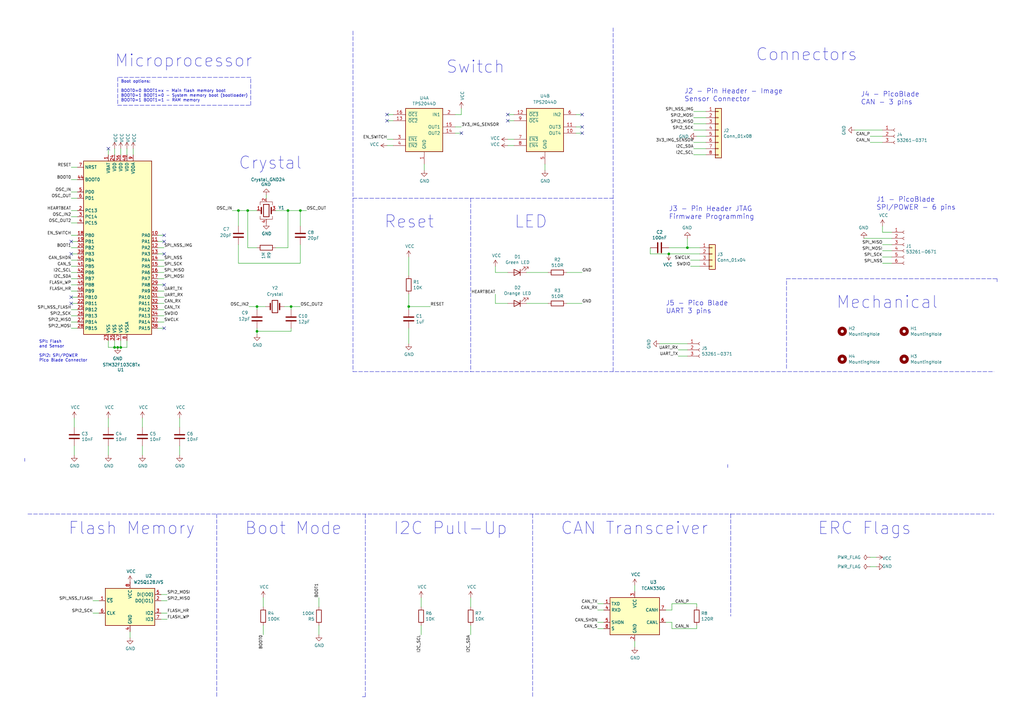
<source format=kicad_sch>
(kicad_sch (version 20211123) (generator eeschema)
  (paper "A3")
  (title_block (title "SLCam") (date "2023-05-09") (rev "v0.2") (company "Space Technology Research Laboratory - SpaceLab") (comment 1 "Support: Gabriel Mariano Marcelino <gabriel.mm8@gmail.com>") (comment 2 "Author: Vitória Beatriz Bianchin <vitoriabbianchin@gmail.com>"))
  (lib_symbols
    (symbol "Connector:Conn_01x03_Female" (pin_names (offset 1.016) hide)
      (property "Reference" "J" (at 0 5.08 0))
      (property "Value" "Conn_01x03_Female" (at 0 -5.08 0))
      (symbol "Conn_01x03_Female_1_1"
        (pin passive line (at -5.08 2.54 0) (length 3.81) (name "Pin_1") (number "1"))
        (pin passive line (at -5.08 0 0) (length 3.81) (name "Pin_2") (number "2"))
        (pin passive line (at -5.08 -2.54 0) (length 3.81) (name "Pin_3") (number "3"))
      )
    )
    (symbol "Connector:Conn_01x06_Female" (pin_names (offset 1.016) hide)
      (property "Reference" "J" (at 0 7.62 0))
      (property "Value" "Conn_01x06_Female" (at 0 -10.16 0))
      (symbol "Conn_01x06_Female_1_1"
        (pin passive line (at -5.08 5.08 0) (length 3.81) (name "Pin_1") (number "1"))
        (pin passive line (at -5.08 2.54 0) (length 3.81) (name "Pin_2") (number "2"))
        (pin passive line (at -5.08 0 0) (length 3.81) (name "Pin_3") (number "3"))
        (pin passive line (at -5.08 -2.54 0) (length 3.81) (name "Pin_4") (number "4"))
        (pin passive line (at -5.08 -5.08 0) (length 3.81) (name "Pin_5") (number "5"))
        (pin passive line (at -5.08 -7.62 0) (length 3.81) (name "Pin_6") (number "6"))
      )
    )
    (symbol "Connector_Generic:Conn_01x04" (pin_names (offset 1.016) hide)
      (property "Reference" "J" (at 0 5.08 0))
      (property "Value" "Conn_01x04" (at 0 -7.62 0))
      (symbol "Conn_01x04_1_1"
        (pin passive line (at -5.08 2.54 0) (length 3.81) (name "Pin_1") (number "1"))
        (pin passive line (at -5.08 0 0) (length 3.81) (name "Pin_2") (number "2"))
        (pin passive line (at -5.08 -2.54 0) (length 3.81) (name "Pin_3") (number "3"))
        (pin passive line (at -5.08 -5.08 0) (length 3.81) (name "Pin_4") (number "4"))
      )
    )
    (symbol "Connector_Generic:Conn_01x08" (pin_names (offset 1.016) hide)
      (property "Reference" "J" (at 0 10.16 0))
      (property "Value" "Conn_01x08" (at 0 -12.7 0))
      (symbol "Conn_01x08_1_1"
        (pin passive line (at -5.08 7.62 0) (length 3.81) (name "Pin_1") (number "1"))
        (pin passive line (at -5.08 5.08 0) (length 3.81) (name "Pin_2") (number "2"))
        (pin passive line (at -5.08 2.54 0) (length 3.81) (name "Pin_3") (number "3"))
        (pin passive line (at -5.08 0 0) (length 3.81) (name "Pin_4") (number "4"))
        (pin passive line (at -5.08 -2.54 0) (length 3.81) (name "Pin_5") (number "5"))
        (pin passive line (at -5.08 -5.08 0) (length 3.81) (name "Pin_6") (number "6"))
        (pin passive line (at -5.08 -7.62 0) (length 3.81) (name "Pin_7") (number "7"))
        (pin passive line (at -5.08 -10.16 0) (length 3.81) (name "Pin_8") (number "8"))
      )
    )
    (symbol "Device:C" (pin_numbers hide) (pin_names (offset 0.254))
      (property "Reference" "C" (at 0.635 2.54 0))
      (property "Value" "C" (at 0.635 -2.54 0))
      (symbol "C_1_1"
        (pin passive line (at 0 3.81 270) (length 2.794) (name "~") (number "1"))
        (pin passive line (at 0 -3.81 90) (length 2.794) (name "~") (number "2"))
      )
    )
    (symbol "Device:Crystal" (pin_numbers hide) (pin_names (offset 1.016) hide)
      (property "Reference" "Y" (at 0 3.81 0))
      (property "Value" "Crystal" (at 0 -3.81 0))
      (symbol "Crystal_1_1"
        (pin passive line (at -3.81 0 0) (length 1.27) (name "1") (number "1"))
        (pin passive line (at 3.81 0 180) (length 1.27) (name "2") (number "2"))
      )
    )
    (symbol "Device:Crystal_GND24" (pin_names (offset 1.016) hide)
      (property "Reference" "Y" (at 3.175 5.08 0))
      (property "Value" "Crystal_GND24" (at 3.175 3.175 0))
      (symbol "Crystal_GND24_1_1"
        (pin passive line (at -3.81 0 0) (length 1.27) (name "1") (number "1"))
        (pin passive line (at 0 5.08 270) (length 1.27) (name "2") (number "2"))
        (pin passive line (at 3.81 0 180) (length 1.27) (name "3") (number "3"))
        (pin passive line (at 0 -5.08 90) (length 1.27) (name "4") (number "4"))
      )
    )
    (symbol "Device:LED" (pin_numbers hide) (pin_names (offset 1.016) hide)
      (property "Reference" "D" (at 0 2.54 0))
      (property "Value" "LED" (at 0 -2.54 0))
      (symbol "LED_1_1"
        (pin passive line (at -3.81 0 0) (length 2.54) (name "K") (number "1"))
        (pin passive line (at 3.81 0 180) (length 2.54) (name "A") (number "2"))
      )
    )
    (symbol "Device:R" (pin_numbers hide) (pin_names (offset 0))
      (property "Reference" "R" (at 2.032 0 90))
      (property "Value" "R" (at 0 0 90))
      (symbol "R_1_1"
        (pin passive line (at 0 3.81 270) (length 1.27) (name "~") (number "1"))
        (pin passive line (at 0 -3.81 90) (length 1.27) (name "~") (number "2"))
      )
    )
    (symbol "Interface_CAN_LIN:TCAN330G"
      (property "Reference" "U" (at -10.16 8.89 0))
      (property "Value" "TCAN330G" (at 2.54 8.89 0))
      (symbol "TCAN330G_1_1"
        (pin input line (at -12.7 5.08 0) (length 2.54) (name "TXD") (number "1"))
        (pin power_in line (at 0 -10.16 90) (length 2.54) (name "GND") (number "2"))
        (pin power_in line (at 0 10.16 270) (length 2.54) (name "VCC") (number "3"))
        (pin tri_state line (at -12.7 2.54 0) (length 2.54) (name "RXD") (number "4"))
        (pin input line (at -12.7 -2.54 0) (length 2.54) (name "SHDN") (number "5"))
        (pin bidirectional line (at 12.7 -2.54 180) (length 2.54) (name "CANL") (number "6"))
        (pin bidirectional line (at 12.7 2.54 180) (length 2.54) (name "CANH") (number "7"))
        (pin input line (at -12.7 -5.08 0) (length 2.54) (name "S") (number "8"))
      )
    )
    (symbol "MCU_ST_STM32F1:STM32F103C8Tx"
      (property "Reference" "U" (at -15.24 36.83 0))
      (property "Value" "STM32F103C8Tx" (at 7.62 36.83 0))
      (symbol "STM32F103C8Tx_1_1"
        (pin power_in line (at -5.08 38.1 270) (length 2.54) (name "VBAT") (number "1"))
        (pin bidirectional line (at 15.24 5.08 180) (length 2.54) (name "PA0") (number "10"))
        (pin bidirectional line (at 15.24 2.54 180) (length 2.54) (name "PA1") (number "11"))
        (pin bidirectional line (at 15.24 0 180) (length 2.54) (name "PA2") (number "12"))
        (pin bidirectional line (at 15.24 -2.54 180) (length 2.54) (name "PA3") (number "13"))
        (pin bidirectional line (at 15.24 -5.08 180) (length 2.54) (name "PA4") (number "14"))
        (pin bidirectional line (at 15.24 -7.62 180) (length 2.54) (name "PA5") (number "15"))
        (pin bidirectional line (at 15.24 -10.16 180) (length 2.54) (name "PA6") (number "16"))
        (pin bidirectional line (at 15.24 -12.7 180) (length 2.54) (name "PA7") (number "17"))
        (pin bidirectional line (at -17.78 5.08 0) (length 2.54) (name "PB0") (number "18"))
        (pin bidirectional line (at -17.78 2.54 0) (length 2.54) (name "PB1") (number "19"))
        (pin bidirectional line (at -17.78 15.24 0) (length 2.54) (name "PC13") (number "2"))
        (pin bidirectional line (at -17.78 0 0) (length 2.54) (name "PB2") (number "20"))
        (pin bidirectional line (at -17.78 -20.32 0) (length 2.54) (name "PB10") (number "21"))
        (pin bidirectional line (at -17.78 -22.86 0) (length 2.54) (name "PB11") (number "22"))
        (pin power_in line (at -5.08 -38.1 90) (length 2.54) (name "VSS") (number "23"))
        (pin power_in line (at -2.54 38.1 270) (length 2.54) (name "VDD") (number "24"))
        (pin bidirectional line (at -17.78 -25.4 0) (length 2.54) (name "PB12") (number "25"))
        (pin bidirectional line (at -17.78 -27.94 0) (length 2.54) (name "PB13") (number "26"))
        (pin bidirectional line (at -17.78 -30.48 0) (length 2.54) (name "PB14") (number "27"))
        (pin bidirectional line (at -17.78 -33.02 0) (length 2.54) (name "PB15") (number "28"))
        (pin bidirectional line (at 15.24 -15.24 180) (length 2.54) (name "PA8") (number "29"))
        (pin bidirectional line (at -17.78 12.7 0) (length 2.54) (name "PC14") (number "3"))
        (pin bidirectional line (at 15.24 -17.78 180) (length 2.54) (name "PA9") (number "30"))
        (pin bidirectional line (at 15.24 -20.32 180) (length 2.54) (name "PA10") (number "31"))
        (pin bidirectional line (at 15.24 -22.86 180) (length 2.54) (name "PA11") (number "32"))
        (pin bidirectional line (at 15.24 -25.4 180) (length 2.54) (name "PA12") (number "33"))
        (pin bidirectional line (at 15.24 -27.94 180) (length 2.54) (name "PA13") (number "34"))
        (pin power_in line (at -2.54 -38.1 90) (length 2.54) (name "VSS") (number "35"))
        (pin power_in line (at 0 38.1 270) (length 2.54) (name "VDD") (number "36"))
        (pin bidirectional line (at 15.24 -30.48 180) (length 2.54) (name "PA14") (number "37"))
        (pin bidirectional line (at 15.24 -33.02 180) (length 2.54) (name "PA15") (number "38"))
        (pin bidirectional line (at -17.78 -2.54 0) (length 2.54) (name "PB3") (number "39"))
        (pin bidirectional line (at -17.78 10.16 0) (length 2.54) (name "PC15") (number "4"))
        (pin bidirectional line (at -17.78 -5.08 0) (length 2.54) (name "PB4") (number "40"))
        (pin bidirectional line (at -17.78 -7.62 0) (length 2.54) (name "PB5") (number "41"))
        (pin bidirectional line (at -17.78 -10.16 0) (length 2.54) (name "PB6") (number "42"))
        (pin bidirectional line (at -17.78 -12.7 0) (length 2.54) (name "PB7") (number "43"))
        (pin input line (at -17.78 27.94 0) (length 2.54) (name "BOOT0") (number "44"))
        (pin bidirectional line (at -17.78 -15.24 0) (length 2.54) (name "PB8") (number "45"))
        (pin bidirectional line (at -17.78 -17.78 0) (length 2.54) (name "PB9") (number "46"))
        (pin power_in line (at 0 -38.1 90) (length 2.54) (name "VSS") (number "47"))
        (pin power_in line (at 2.54 38.1 270) (length 2.54) (name "VDD") (number "48"))
        (pin input line (at -17.78 22.86 0) (length 2.54) (name "PD0") (number "5"))
        (pin input line (at -17.78 20.32 0) (length 2.54) (name "PD1") (number "6"))
        (pin input line (at -17.78 33.02 0) (length 2.54) (name "NRST") (number "7"))
        (pin power_in line (at 2.54 -38.1 90) (length 2.54) (name "VSSA") (number "8"))
        (pin power_in line (at 5.08 38.1 270) (length 2.54) (name "VDDA") (number "9"))
      )
    )
    (symbol "Mechanical:MountingHole" (pin_names (offset 1.016))
      (property "Reference" "H" (at 0 5.08 0))
      (property "Value" "MountingHole" (at 0 3.175 0))
    )
    (symbol "Memory_Flash:W25Q128JVS"
      (property "Reference" "U" (at -8.89 8.89 0))
      (property "Value" "W25Q128JVS" (at 7.62 8.89 0))
      (symbol "W25Q128JVS_1_1"
        (pin input line (at -12.7 2.54 0) (length 2.54) (name "~{CS}") (number "1"))
        (pin bidirectional line (at 12.7 2.54 180) (length 2.54) (name "DO(IO1)") (number "2"))
        (pin bidirectional line (at 12.7 -2.54 180) (length 2.54) (name "IO2") (number "3"))
        (pin power_in line (at 0 -10.16 90) (length 2.54) (name "GND") (number "4"))
        (pin bidirectional line (at 12.7 5.08 180) (length 2.54) (name "DI(IO0)") (number "5"))
        (pin input line (at -12.7 -2.54 0) (length 2.54) (name "CLK") (number "6"))
        (pin bidirectional line (at 12.7 -5.08 180) (length 2.54) (name "IO3") (number "7"))
        (pin power_in line (at 0 10.16 270) (length 2.54) (name "VCC") (number "8"))
      )
    )
    (symbol "Power_Management:TPS2044D" (pin_names (offset 1.016))
      (property "Reference" "U" (at 0 10.795 0))
      (property "Value" "TPS2044D" (at 0 8.89 0))
      (symbol "TPS2044D_1_1"
        (pin power_in line (at 0 -15.24 90) (length 5.08) (name "GND") (number "1"))
        (pin open_collector line (at -12.7 2.54 0) (length 5.08) (name "~{OC2}") (number "13"))
        (pin power_out line (at 12.7 -2.54 180) (length 5.08) (name "OUT2") (number "14"))
        (pin power_out line (at 12.7 0 180) (length 5.08) (name "OUT1") (number "15"))
        (pin open_collector line (at -12.7 5.08 0) (length 5.08) (name "~{OC1}") (number "16"))
        (pin power_in line (at 12.7 5.08 180) (length 5.08) (name "IN1") (number "2"))
        (pin input line (at -12.7 -5.08 0) (length 5.08) (name "~{EN1}") (number "3"))
        (pin input line (at -12.7 -7.62 0) (length 5.08) (name "~{EN2}") (number "4"))
      )
      (symbol "TPS2044D_2_1"
        (pin power_out line (at 12.7 -2.54 180) (length 5.08) (name "OUT4") (number "10"))
        (pin power_out line (at 12.7 0 180) (length 5.08) (name "OUT3") (number "11"))
        (pin open_collector line (at -12.7 5.08 0) (length 5.08) (name "~{OC3}") (number "12"))
        (pin power_in line (at 0 -15.24 90) (length 5.08) (name "GND") (number "5"))
        (pin power_in line (at 12.7 5.08 180) (length 5.08) (name "IN2") (number "6"))
        (pin input line (at -12.7 -5.08 0) (length 5.08) (name "~{EN3}") (number "7"))
        (pin input line (at -12.7 -7.62 0) (length 5.08) (name "~{EN4}") (number "8"))
        (pin open_collector line (at -12.7 2.54 0) (length 5.08) (name "~{OC4}") (number "9"))
      )
    )
    (symbol "power:GND" (power) (pin_names (offset 0))
      (property "Value" "GND" (at 0 -3.81 0))
      (symbol "GND_1_1"
        (pin power_in line (at 0 0 270) (length 0) hide (name "GND") (number "1"))
      )
    )
    (symbol "power:PWR_FLAG" (power) (pin_numbers hide) (pin_names (offset 0) hide)
      (property "Value" "PWR_FLAG" (at 0 3.81 0))
      (symbol "PWR_FLAG_0_0"
        (pin power_out line (at 0 0 90) (length 0) (name "pwr") (number "1"))
      )
    )
    (symbol "power:VCC" (power) (pin_names (offset 0))
      (property "Value" "VCC" (at 0 3.81 0))
      (symbol "VCC_1_1"
        (pin power_in line (at 0 0 90) (length 0) hide (name "VCC") (number "1"))
      )
    )
  )
  (junction (at 101.6 86.36))
  (junction (at 105.41 125.73))
  (junction (at 48.26 142.494))
  (junction (at 49.53 142.494))
  (junction (at 118.11 86.36))
  (junction (at 274.32 104.14))
  (junction (at 97.79 86.36))
  (junction (at 167.64 125.73))
  (junction (at 119.38 125.73))
  (junction (at 105.41 135.89))
  (junction (at 46.99 142.494))
  (junction (at 281.94 101.6))
  (junction (at 123.19 86.36))
  (no_connect (at 238.76 52.07))
  (no_connect (at 238.76 54.61))
  (no_connect (at 29.21 124.46))
  (no_connect (at 208.28 49.53))
  (no_connect (at 67.31 104.14))
  (no_connect (at 67.31 134.62))
  (no_connect (at 67.31 116.84))
  (no_connect (at 238.76 46.99))
  (no_connect (at 67.31 99.06))
  (no_connect (at 29.21 99.06))
  (no_connect (at 208.28 46.99))
  (no_connect (at 158.75 46.99))
  (no_connect (at 158.75 49.53))
  (no_connect (at 67.31 96.52))
  (no_connect (at 44.45 60.96))
  (no_connect (at 29.21 121.92))
  (no_connect (at 29.21 104.14))
  (no_connect (at 189.23 54.61))
  (wire (pts (xy 46.99 60.96) (xy 46.99 63.5)))
  (polyline (pts (xy 322.58 151.13) (xy 322.58 114.3)))
  (wire (pts (xy 284.48 53.34) (xy 289.56 53.34)))
  (polyline (pts (xy 149.86 285.75) (xy 148.59 285.75)))
  (wire (pts (xy 186.69 52.07) (xy 189.23 52.07)))
  (wire (pts (xy 361.95 100.33) (xy 365.76 100.33)))
  (wire (pts (xy 52.07 60.96) (xy 52.07 63.5)))
  (wire (pts (xy 29.21 106.68) (xy 31.75 106.68)))
  (wire (pts (xy 189.23 44.45) (xy 189.23 46.99)))
  (wire (pts (xy 105.41 134.62) (xy 105.41 135.89)))
  (wire (pts (xy 29.21 116.84) (xy 31.75 116.84)))
  (wire (pts (xy 29.21 73.66) (xy 31.75 73.66)))
  (wire (pts (xy 31.75 78.74) (xy 29.21 78.74)))
  (wire (pts (xy 281.94 101.6) (xy 281.94 97.79)))
  (wire (pts (xy 215.9 124.46) (xy 224.79 124.46)))
  (wire (pts (xy 285.75 256.54) (xy 285.75 257.81)))
  (wire (pts (xy 49.53 142.494) (xy 48.26 142.494)))
  (wire (pts (xy 64.77 116.84) (xy 67.31 116.84)))
  (wire (pts (xy 97.79 100.33) (xy 97.79 107.95)))
  (polyline (pts (xy 149.86 210.82) (xy 149.86 285.75)))
  (wire (pts (xy 284.48 48.26) (xy 289.56 48.26)))
  (wire (pts (xy 95.25 86.36) (xy 97.79 86.36)))
  (wire (pts (xy 58.42 171.45) (xy 58.42 175.26)))
  (wire (pts (xy 284.48 50.8) (xy 289.56 50.8)))
  (wire (pts (xy 281.94 146.05) (xy 278.13 146.05)))
  (wire (pts (xy 236.22 54.61) (xy 238.76 54.61)))
  (wire (pts (xy 208.28 49.53) (xy 210.82 49.53)))
  (wire (pts (xy 356.87 55.88) (xy 361.95 55.88)))
  (wire (pts (xy 67.31 106.68) (xy 64.77 106.68)))
  (wire (pts (xy 29.21 99.06) (xy 31.75 99.06)))
  (wire (pts (xy 66.04 243.84) (xy 68.58 243.84)))
  (wire (pts (xy 73.66 171.45) (xy 73.66 175.26)))
  (wire (pts (xy 236.22 52.07) (xy 238.76 52.07)))
  (wire (pts (xy 289.56 63.5) (xy 284.48 63.5)))
  (wire (pts (xy 29.21 109.22) (xy 31.75 109.22)))
  (wire (pts (xy 52.07 142.494) (xy 49.53 142.494)))
  (wire (pts (xy 67.31 124.46) (xy 64.77 124.46)))
  (wire (pts (xy 247.65 250.19) (xy 245.11 250.19)))
  (wire (pts (xy 274.32 101.6) (xy 281.94 101.6)))
  (wire (pts (xy 67.31 111.76) (xy 64.77 111.76)))
  (wire (pts (xy 365.76 102.87) (xy 361.95 102.87)))
  (wire (pts (xy 123.19 86.36) (xy 118.11 86.36)))
  (wire (pts (xy 29.21 91.44) (xy 31.75 91.44)))
  (wire (pts (xy 167.64 125.73) (xy 167.64 127)))
  (wire (pts (xy 278.13 143.51) (xy 281.94 143.51)))
  (wire (pts (xy 46.99 139.7) (xy 46.99 142.494)))
  (wire (pts (xy 29.21 124.46) (xy 31.75 124.46)))
  (wire (pts (xy 97.79 92.71) (xy 97.79 86.36)))
  (polyline (pts (xy 102.87 43.18) (xy 102.87 31.75)))
  (wire (pts (xy 245.11 255.27) (xy 247.65 255.27)))
  (wire (pts (xy 287.02 104.14) (xy 274.32 104.14)))
  (wire (pts (xy 260.35 262.89) (xy 260.35 265.43)))
  (wire (pts (xy 203.2 111.76) (xy 208.28 111.76)))
  (wire (pts (xy 203.2 120.65) (xy 203.2 124.46)))
  (wire (pts (xy 29.21 132.08) (xy 31.75 132.08)))
  (wire (pts (xy 29.21 111.76) (xy 31.75 111.76)))
  (wire (pts (xy 67.31 101.6) (xy 64.77 101.6)))
  (wire (pts (xy 167.64 105.41) (xy 167.64 113.03)))
  (wire (pts (xy 236.22 46.99) (xy 238.76 46.99)))
  (wire (pts (xy 67.31 104.14) (xy 64.77 104.14)))
  (wire (pts (xy 130.81 260.35) (xy 130.81 256.54)))
  (polyline (pts (xy 88.9 210.82) (xy 88.9 285.75)))
  (wire (pts (xy 46.99 142.494) (xy 48.26 142.494)))
  (wire (pts (xy 52.07 139.7) (xy 52.07 142.494)))
  (wire (pts (xy 285.75 248.92) (xy 285.75 247.65)))
  (wire (pts (xy 44.45 182.88) (xy 44.45 186.69)))
  (polyline (pts (xy 299.72 210.82) (xy 299.72 252.73)))
  (wire (pts (xy 66.04 251.46) (xy 68.58 251.46)))
  (wire (pts (xy 31.75 114.3) (xy 29.21 114.3)))
  (wire (pts (xy 31.75 101.6) (xy 29.21 101.6)))
  (wire (pts (xy 361.95 92.71) (xy 361.95 95.25)))
  (wire (pts (xy 29.21 121.92) (xy 31.75 121.92)))
  (wire (pts (xy 289.56 58.42) (xy 284.48 58.42)))
  (polyline (pts (xy 48.26 31.75) (xy 48.26 43.18)))
  (wire (pts (xy 101.6 101.6) (xy 101.6 86.36)))
  (wire (pts (xy 275.59 250.19) (xy 273.05 250.19)))
  (wire (pts (xy 203.2 124.46) (xy 208.28 124.46)))
  (wire (pts (xy 64.77 134.62) (xy 67.31 134.62)))
  (wire (pts (xy 361.95 58.42) (xy 356.87 58.42)))
  (wire (pts (xy 361.95 95.25) (xy 365.76 95.25)))
  (wire (pts (xy 30.48 182.88) (xy 30.48 186.69)))
  (wire (pts (xy 29.21 88.9) (xy 31.75 88.9)))
  (wire (pts (xy 44.45 139.7) (xy 44.45 142.494)))
  (polyline (pts (xy 144.78 81.28) (xy 251.46 81.28)))
  (wire (pts (xy 44.45 142.494) (xy 46.99 142.494)))
  (wire (pts (xy 266.7 104.14) (xy 274.32 104.14)))
  (wire (pts (xy 266.7 104.14) (xy 266.7 101.6)))
  (wire (pts (xy 67.31 109.22) (xy 64.77 109.22)))
  (wire (pts (xy 208.28 59.69) (xy 210.82 59.69)))
  (wire (pts (xy 361.95 53.34) (xy 350.52 53.34)))
  (wire (pts (xy 232.41 111.76) (xy 238.76 111.76)))
  (wire (pts (xy 167.64 120.65) (xy 167.64 125.73)))
  (wire (pts (xy 275.59 255.27) (xy 273.05 255.27)))
  (wire (pts (xy 193.04 245.11) (xy 193.04 248.92)))
  (wire (pts (xy 54.61 60.96) (xy 54.61 63.5)))
  (wire (pts (xy 73.66 182.88) (xy 73.66 186.69)))
  (wire (pts (xy 289.56 55.88) (xy 285.75 55.88)))
  (wire (pts (xy 116.586 125.73) (xy 119.38 125.73)))
  (wire (pts (xy 31.75 81.28) (xy 29.21 81.28)))
  (wire (pts (xy 44.45 60.96) (xy 44.45 63.5)))
  (wire (pts (xy 29.21 134.62) (xy 31.75 134.62)))
  (wire (pts (xy 208.28 46.99) (xy 210.82 46.99)))
  (wire (pts (xy 29.21 129.54) (xy 31.75 129.54)))
  (wire (pts (xy 275.59 257.81) (xy 285.75 257.81)))
  (wire (pts (xy 58.42 182.88) (xy 58.42 186.69)))
  (wire (pts (xy 158.75 46.99) (xy 161.29 46.99)))
  (wire (pts (xy 161.29 57.15) (xy 158.75 57.15)))
  (wire (pts (xy 119.38 134.62) (xy 119.38 135.89)))
  (polyline (pts (xy 10.16 189.23) (xy 10.16 187.96)))
  (wire (pts (xy 275.59 247.65) (xy 285.75 247.65)))
  (wire (pts (xy 29.21 119.38) (xy 31.75 119.38)))
  (wire (pts (xy 123.19 92.71) (xy 123.19 86.36)))
  (polyline (pts (xy 193.04 81.28) (xy 193.04 152.4)))
  (wire (pts (xy 64.77 99.06) (xy 67.31 99.06)))
  (wire (pts (xy 105.41 135.89) (xy 105.41 137.16)))
  (wire (pts (xy 275.59 255.27) (xy 275.59 257.81)))
  (polyline (pts (xy 218.44 210.82) (xy 218.44 285.75)))
  (polyline (pts (xy 102.87 31.75) (xy 48.26 31.75)))
  (wire (pts (xy 287.02 106.68) (xy 283.21 106.68)))
  (wire (pts (xy 281.94 101.6) (xy 287.02 101.6)))
  (wire (pts (xy 105.41 86.36) (xy 101.6 86.36)))
  (polyline (pts (xy 11.43 210.82) (xy 299.72 210.82)))
  (polyline (pts (xy 322.58 114.3) (xy 408.94 114.3)))
  (wire (pts (xy 208.28 57.15) (xy 210.82 57.15)))
  (wire (pts (xy 119.38 125.73) (xy 119.38 127)))
  (wire (pts (xy 40.64 251.46) (xy 38.1 251.46)))
  (wire (pts (xy 130.81 245.11) (xy 130.81 248.92)))
  (wire (pts (xy 105.41 125.73) (xy 108.966 125.73)))
  (wire (pts (xy 97.79 107.95) (xy 123.19 107.95)))
  (wire (pts (xy 107.95 245.11) (xy 107.95 248.92)))
  (polyline (pts (xy 299.72 210.82) (xy 407.67 210.82)))
  (wire (pts (xy 49.53 60.96) (xy 49.53 63.5)))
  (wire (pts (xy 281.94 140.97) (xy 270.51 140.97)))
  (wire (pts (xy 173.99 67.31) (xy 173.99 69.85)))
  (wire (pts (xy 289.56 45.72) (xy 284.48 45.72)))
  (wire (pts (xy 172.72 256.54) (xy 172.72 260.35)))
  (wire (pts (xy 119.38 125.73) (xy 123.19 125.73)))
  (wire (pts (xy 102.108 125.73) (xy 105.41 125.73)))
  (wire (pts (xy 31.75 96.52) (xy 29.21 96.52)))
  (wire (pts (xy 118.11 86.36) (xy 113.03 86.36)))
  (wire (pts (xy 356.87 232.41) (xy 359.41 232.41)))
  (wire (pts (xy 68.58 246.38) (xy 66.04 246.38)))
  (polyline (pts (xy 144.78 12.7) (xy 144.78 152.4)))
  (wire (pts (xy 64.77 96.52) (xy 67.31 96.52)))
  (wire (pts (xy 118.11 101.6) (xy 118.11 86.36)))
  (wire (pts (xy 53.34 261.62) (xy 53.34 259.08)))
  (polyline (pts (xy 48.26 43.18) (xy 102.87 43.18)))
  (wire (pts (xy 215.9 111.76) (xy 224.79 111.76)))
  (wire (pts (xy 67.31 114.3) (xy 64.77 114.3)))
  (wire (pts (xy 67.31 119.38) (xy 64.77 119.38)))
  (wire (pts (xy 176.53 125.73) (xy 167.64 125.73)))
  (wire (pts (xy 260.35 240.03) (xy 260.35 242.57)))
  (wire (pts (xy 167.64 134.62) (xy 167.64 140.97)))
  (wire (pts (xy 275.59 250.19) (xy 275.59 247.65)))
  (wire (pts (xy 29.21 104.14) (xy 31.75 104.14)))
  (wire (pts (xy 31.75 86.36) (xy 29.21 86.36)))
  (wire (pts (xy 109.22 80.01) (xy 109.22 81.28)))
  (wire (pts (xy 29.21 127) (xy 31.75 127)))
  (wire (pts (xy 354.33 97.79) (xy 365.76 97.79)))
  (wire (pts (xy 365.76 107.95) (xy 361.95 107.95)))
  (polyline (pts (xy 144.78 152.4) (xy 407.67 152.4)))
  (wire (pts (xy 361.95 105.41) (xy 365.76 105.41)))
  (wire (pts (xy 67.31 132.08) (xy 64.77 132.08)))
  (wire (pts (xy 223.52 67.31) (xy 223.52 69.85)))
  (wire (pts (xy 123.19 107.95) (xy 123.19 100.33)))
  (wire (pts (xy 161.29 59.69) (xy 158.75 59.69)))
  (wire (pts (xy 158.75 49.53) (xy 161.29 49.53)))
  (wire (pts (xy 66.04 254) (xy 68.58 254)))
  (wire (pts (xy 31.75 68.58) (xy 29.21 68.58)))
  (wire (pts (xy 193.04 256.54) (xy 193.04 260.35)))
  (wire (pts (xy 245.11 247.65) (xy 247.65 247.65)))
  (wire (pts (xy 283.21 109.22) (xy 287.02 109.22)))
  (wire (pts (xy 67.31 121.92) (xy 64.77 121.92)))
  (wire (pts (xy 284.48 60.96) (xy 289.56 60.96)))
  (wire (pts (xy 30.48 171.45) (xy 30.48 175.26)))
  (wire (pts (xy 189.23 46.99) (xy 186.69 46.99)))
  (wire (pts (xy 186.69 54.61) (xy 189.23 54.61)))
  (wire (pts (xy 113.03 101.6) (xy 118.11 101.6)))
  (polyline (pts (xy 298.45 190.5) (xy 298.45 191.77)))
  (wire (pts (xy 105.41 101.6) (xy 101.6 101.6)))
  (wire (pts (xy 105.41 125.73) (xy 105.41 127)))
  (polyline (pts (xy 408.94 114.3) (xy 408.94 115.57)))
  (wire (pts (xy 245.11 257.81) (xy 247.65 257.81)))
  (wire (pts (xy 49.53 139.7) (xy 49.53 142.494)))
  (wire (pts (xy 203.2 109.22) (xy 203.2 111.76)))
  (wire (pts (xy 356.87 228.6) (xy 359.41 228.6)))
  (wire (pts (xy 44.45 171.45) (xy 44.45 175.26)))
  (polyline (pts (xy 251.46 152.4) (xy 251.46 11.43)))
  (wire (pts (xy 125.73 86.36) (xy 123.19 86.36)))
  (wire (pts (xy 97.79 86.36) (xy 101.6 86.36)))
  (wire (pts (xy 105.41 135.89) (xy 119.38 135.89)))
  (wire (pts (xy 107.95 256.54) (xy 107.95 260.35)))
  (wire (pts (xy 67.31 129.54) (xy 64.77 129.54)))
  (wire (pts (xy 232.41 124.46) (xy 238.76 124.46)))
  (wire (pts (xy 172.72 245.11) (xy 172.72 248.92)))
  (wire (pts (xy 67.31 127) (xy 64.77 127)))
  (wire (pts (xy 40.64 246.38) (xy 38.1 246.38)))
  (text "ERC Flags" (at 335.28 219.71 0) (effects (font (size 5.0038 5.0038)) (justify left bottom)))
  (text "Boot options:\n\nBOOT0=0 BOOT1=x - Main flash memory boot\nBOOT0=1 BOOT1=0 - System memory boot (bootloader)\nBOOT0=1 BOOT1=1 - RAM memory" (at 49.53 41.91 0) (effects (font (size 1.1938 1.1938)) (justify left bottom)))
  (text "Mechanical" (at 342.9 127 0) (effects (font (size 5.0038 5.0038)) (justify left bottom)))
  (text "J3 - Pin Header JTAG \nFirmware Programming\n" (at 274.32 90.17 0) (effects (font (size 2.0066 2.0066)) (justify left bottom)))
  (text "Switch" (at 182.88 30.48 0) (effects (font (size 5.0038 5.0038)) (justify left bottom)))
  (text "J1 - PicoBlade \nSPI/POWER - 6 pins\n" (at 359.41 86.36 0) (effects (font (size 2.0066 2.0066)) (justify left bottom)))
  (text "LED\n" (at 210.82 93.98 0) (effects (font (size 5.0038 5.0038)) (justify left bottom)))
  (text "J4 - PicoBlade\nCAN - 3 pins" (at 353.06 43.18 0) (effects (font (size 2.0066 2.0066)) (justify left bottom)))
  (text "Boot Mode" (at 100.33 219.71 0) (effects (font (size 5.0038 5.0038)) (justify left bottom)))
  (text "Connectors" (at 309.88 25.4 0) (effects (font (size 5.0038 5.0038)) (justify left bottom)))
  (text "J5 - Pico Blade\nUART 3 pins\n\n" (at 273.05 132.08 0) (effects (font (size 2.0066 2.0066)) (justify left bottom)))
  (text "J2 - Pin Header - Image \nSensor Connector " (at 280.67 41.91 0) (effects (font (size 2.0066 2.0066)) (justify left bottom)))
  (text "Flash Memory\n" (at 27.94 219.71 0) (effects (font (size 5.0038 5.0038)) (justify left bottom)))
  (text "CAN Transceiver\n" (at 229.87 219.71 0) (effects (font (size 5.0038 5.0038)) (justify left bottom)))
  (text "SPI: Flash \nand Sensor\n\nSPI2: SPI/POWER \nPico Blade Connector" (at 16.002 148.59 0) (effects (font (size 1.1938 1.1938)) (justify left bottom)))
  (text "Microprocessor\n" (at 46.99 27.94 0) (effects (font (size 5.0038 5.0038)) (justify left bottom)))
  (text "Reset\n" (at 157.48 93.98 0) (effects (font (size 5.0038 5.0038)) (justify left bottom)))
  (text "I2C Pull-Up" (at 161.29 219.71 0) (effects (font (size 5.0038 5.0038)) (justify left bottom)))
  (text "Crystal" (at 97.79 69.85 0) (effects (font (size 5.0038 5.0038)) (justify left bottom)))
  (label "UART_TX" (at 67.31 119.38 0) (effects (font (size 1.1938 1.1938))))
  (label "CAN_RX" (at 67.31 124.46 0) (effects (font (size 1.1938 1.1938))))
  (label "I2C_SCL" (at 172.72 260.35 270) (effects (font (size 1.1938 1.1938))))
  (label "FLASH_WP" (at 68.58 254 0) (effects (font (size 1.1938 1.1938))))
  (label "SPI_MISO" (at 361.95 100.33 180) (effects (font (size 1.1938 1.1938))))
  (label "SPI_NSS_IMG" (at 284.48 45.72 180) (effects (font (size 1.1938 1.1938))))
  (label "CAN_N" (at 356.87 58.42 180) (effects (font (size 1.1938 1.1938))))
  (label "OSC_OUT2" (at 29.21 91.44 180) (effects (font (size 1.1938 1.1938))))
  (label "SPI2_MISO" (at 284.48 50.8 180) (effects (font (size 1.1938 1.1938))))
  (label "SPI2_MOSI" (at 284.48 48.26 180) (effects (font (size 1.1938 1.1938))))
  (label "UART_RX" (at 278.13 143.51 180) (effects (font (size 1.1938 1.1938))))
  (label "SWDIO" (at 283.21 109.22 180) (effects (font (size 1.1938 1.1938))))
  (label "GND" (at 238.76 124.46 0) (effects (font (size 1.1938 1.1938))))
  (label "I2C_SCL" (at 29.21 111.76 180) (effects (font (size 1.1938 1.1938))))
  (label "3V3_IMG_SENSOR" (at 189.23 52.07 0) (effects (font (size 1.1938 1.1938))))
  (label "SPI_NSS_IMG" (at 67.31 101.6 0) (effects (font (size 1.1938 1.1938))))
  (label "CAN_TX" (at 245.11 247.65 180) (effects (font (size 1.1938 1.1938))))
  (label "I2C_SDA" (at 284.48 60.96 180) (effects (font (size 1.1938 1.1938))))
  (label "3V3_IMG_SENSOR" (at 284.48 58.42 180) (effects (font (size 1.1938 1.1938))))
  (label "HEARTBEAT" (at 203.2 120.65 180) (effects (font (size 1.1938 1.1938))))
  (label "SPI2_SCK" (at 284.48 53.34 180) (effects (font (size 1.1938 1.1938))))
  (label "CAN_TX" (at 67.31 127 0) (effects (font (size 1.1938 1.1938))))
  (label "CAN_S" (at 245.11 257.81 180) (effects (font (size 1.1938 1.1938))))
  (label "SPI2_SCK" (at 38.1 251.46 180) (effects (font (size 1.1938 1.1938))))
  (label "UART_TX" (at 278.13 146.05 180) (effects (font (size 1.1938 1.1938))))
  (label "CAN_P" (at 276.86 247.65 0) (effects (font (size 1.1938 1.1938))))
  (label "OSC_IN2" (at 102.108 125.73 180) (effects (font (size 1.1938 1.1938))))
  (label "OSC_IN2" (at 29.21 88.9 180) (effects (font (size 1.1938 1.1938))))
  (label "SWDIO" (at 67.31 129.54 0) (effects (font (size 1.1938 1.1938))))
  (label "OSC_OUT2" (at 123.19 125.73 0) (effects (font (size 1.1938 1.1938))))
  (label "SPI_MOSI" (at 67.31 114.3 0) (effects (font (size 1.1938 1.1938))))
  (label "EN_SWITCH" (at 158.75 57.15 180) (effects (font (size 1.1938 1.1938))))
  (label "SPI2_MISO" (at 29.21 132.08 180) (effects (font (size 1.1938 1.1938))))
  (label "SPI_MOSI" (at 361.95 102.87 180) (effects (font (size 1.1938 1.1938))))
  (label "I2C_SCL" (at 284.48 63.5 180) (effects (font (size 1.1938 1.1938))))
  (label "SPI2_SCK" (at 29.21 129.54 180) (effects (font (size 1.1938 1.1938))))
  (label "FLASH_HR" (at 29.21 119.38 180) (effects (font (size 1.1938 1.1938))))
  (label "BOOT1" (at 130.81 245.11 90) (effects (font (size 1.1938 1.1938))))
  (label "CAN_SHDN" (at 245.11 255.27 180) (effects (font (size 1.1938 1.1938))))
  (label "CAN_RX" (at 245.11 250.19 180) (effects (font (size 1.1938 1.1938))))
  (label "OSC_OUT" (at 29.21 81.28 180) (effects (font (size 1.1938 1.1938))))
  (label "BOOT1" (at 29.21 101.6 180) (effects (font (size 1.1938 1.1938))))
  (label "CAN_P" (at 356.87 55.88 180) (effects (font (size 1.1938 1.1938))))
  (label "GND" (at 238.76 111.76 0) (effects (font (size 1.1938 1.1938))))
  (label "CAN_SHDN" (at 29.21 106.68 180) (effects (font (size 1.1938 1.1938))))
  (label "FLASH_WP" (at 29.21 116.84 180) (effects (font (size 1.1938 1.1938))))
  (label "SPI_NSS" (at 67.31 106.68 0) (effects (font (size 1.1938 1.1938))))
  (label "SPI2_MOSI" (at 68.58 243.84 0) (effects (font (size 1.1938 1.1938))))
  (label "OSC_IN" (at 29.21 78.74 180) (effects (font (size 1.1938 1.1938))))
  (label "OSC_IN" (at 95.25 86.36 180) (effects (font (size 1.1938 1.1938))))
  (label "SPI_NSS" (at 361.95 107.95 180) (effects (font (size 1.1938 1.1938))))
  (label "SWCLK" (at 283.21 106.68 180) (effects (font (size 1.2954 1.2954))))
  (label "BOOT0" (at 29.21 73.66 180) (effects (font (size 1.1938 1.1938))))
  (label "SPI_MISO" (at 67.31 111.76 0) (effects (font (size 1.1938 1.1938))))
  (label "SPI_SCK" (at 361.95 105.41 180) (effects (font (size 1.1938 1.1938))))
  (label "UART_RX" (at 67.31 121.92 0) (effects (font (size 1.1938 1.1938))))
  (label "RESET" (at 176.53 125.73 0) (effects (font (size 1.1938 1.1938))))
  (label "SPI_NSS_FLASH" (at 29.21 127 180) (effects (font (size 1.1938 1.1938))))
  (label "SWCLK" (at 67.31 132.08 0) (effects (font (size 1.1938 1.1938))))
  (label "SPI_SCK" (at 67.31 109.22 0) (effects (font (size 1.1938 1.1938))))
  (label "RESET" (at 29.21 68.58 180) (effects (font (size 1.1938 1.1938))))
  (label "FLASH_HR" (at 68.58 251.46 0) (effects (font (size 1.1938 1.1938))))
  (label "OSC_OUT" (at 125.73 86.36 0) (effects (font (size 1.1938 1.1938))))
  (label "SPI2_MISO" (at 68.58 246.38 0) (effects (font (size 1.1938 1.1938))))
  (label "I2C_SDA" (at 29.21 114.3 180) (effects (font (size 1.1938 1.1938))))
  (label "CAN_S" (at 29.21 109.22 180) (effects (font (size 1.1938 1.1938))))
  (label "CAN_N" (at 276.86 257.81 0) (effects (font (size 1.1938 1.1938))))
  (label "SPI2_MOSI" (at 29.21 134.62 180) (effects (font (size 1.1938 1.1938))))
  (label "SPI_NSS_FLASH" (at 38.1 246.38 180) (effects (font (size 1.1938 1.1938))))
  (label "BOOT0" (at 107.95 260.35 270) (effects (font (size 1.1938 1.1938))))
  (label "I2C_SDA" (at 193.04 260.35 270) (effects (font (size 1.1938 1.1938))))
  (label "EN_SWITCH" (at 29.21 96.52 180) (effects (font (size 1.1938 1.1938))))
  (label "HEARTBEAT" (at 29.21 86.36 180) (effects (font (size 1.1938 1.1938))))
  (symbol (lib_id "MCU_ST_STM32F1:STM32F103C8Tx") (at 49.53 101.6 0) (unit 1)
    (property "Reference" "U1" (at 49.53 151.638 0))
    (property "Value" "STM32F103C8Tx" (at 49.784 149.606 0))
    (property "Footprint" "Package_QFP:LQFP-48_7x7mm_P0.5mm" (effects hide))
    (property "Datasheet" "http://www.st.com/st-web-ui/static/active/en/resource/technical/document/datasheet/CD00161566.pdf" (effects hide))
    (property "Partnumber" "STM32F103C8T6" (effects hide))
  )
  (symbol (lib_id "Memory_Flash:W25Q128JVS") (at 53.34 248.92 0) (unit 1)
    (property "Reference" "U2" (at 60.96 236.22 0))
    (property "Value" "W25Q128JVS" (at 60.96 238.76 0))
    (property "Footprint" "Package_SO:SOIC-8_5.23x5.23mm_P1.27mm" (effects hide))
    (property "Datasheet" "http://www.winbond.com/resource-files/w25q128jv_dtr%20revc%2003272018%20plus.pdf" (effects hide))
    (property "Partnumber" "W25Q128JVSIM TR" (effects hide))
  )
  (symbol (lib_id "Power_Management:TPS2044D") (at 173.99 52.07 0) (unit 1)
    (property "Reference" "U4" (at 173.99 40.2082 0))
    (property "Value" "TPS2044D" (at 173.99 42.5196 0))
    (property "Footprint" "Package_SO:SOIC-16_3.9x9.9mm_P1.27mm" (effects hide))
    (property "Datasheet" "http://www.ti.com/lit/ds/symlink/tps2044.pdf" (effects hide))
    (property "Partnumber" "TPS2044D" (effects hide))
  )
  (symbol (lib_id "Interface_CAN_LIN:TCAN330G") (at 260.35 252.73 0) (unit 1)
    (property "Reference" "U3" (at 267.97 238.76 0))
    (property "Value" "TCAN330G" (at 267.97 241.3 0))
    (property "Footprint" "Package_SO:SOIC-8_3.9x4.9mm_P1.27mm" (effects hide))
    (property "Datasheet" "http://www.ti.com/lit/ds/symlink/tcan337.pdf" (effects hide))
    (property "Partnumber" "TCAN330GD" (effects hide))
  )
  (symbol (lib_id "Connector_Generic:Conn_01x04") (at 292.1 104.14 0) (unit 1)
    (property "Reference" "J3" (at 294.132 104.3432 0) (effects (justify left)))
    (property "Value" "Conn_01x04" (at 294.132 106.6546 0) (effects (justify left)))
    (property "Footprint" "Connector_PinHeader_2.54mm:PinHeader_1x04_P2.54mm_Vertical" (effects hide))
    (property "Partnumber" "5-146305-4" (effects hide))
  )
  (symbol (lib_id "Connector_Generic:Conn_01x08") (at 294.64 53.34 0) (unit 1)
    (property "Reference" "J2" (at 296.672 53.5432 0) (effects (justify left)))
    (property "Value" "Conn_01x08" (at 296.672 55.8546 0) (effects (justify left)))
    (property "Footprint" "Connector_PinHeader_2.54mm:PinHeader_1x08_P2.54mm_Vertical" (effects hide))
    (property "Datasheet" "https://www.samtec.com/products/ssq-108-03-g-s" (effects hide))
    (property "Partnumber" "SSQ-108-03-G-S" (effects hide))
  )
  (symbol (lib_id "Device:Crystal_GND24") (at 109.22 86.36 0) (unit 1)
    (property "Reference" "Y1" (at 114.1476 85.1916 0) (effects (justify left)))
    (property "Value" "Crystal_GND24" (at 102.87 73.66 0) (effects (justify left)))
    (property "Footprint" "Crystal:Crystal_SMD_Abracon_ABM8G-4Pin_3.2x2.5mm" (effects hide))
    (property "Partnumber" "ECS-80-10-33-CHN-TR3" (effects hide))
  )
  (symbol (lib_id "Mechanical:MountingHole") (at 345.44 135.89 0) (unit 1) (in_bom no)
    (property "Reference" "H2" (at 347.98 134.7216 0) (effects (justify left)))
    (property "Value" "MountingHole" (at 347.98 137.033 0) (effects (justify left)))
    (property "Footprint" "MountingHole:MountingHole_3.2mm_M3_Pad" (effects hide))
  )
  (symbol (lib_id "Mechanical:MountingHole") (at 370.84 135.89 0) (unit 1) (in_bom no)
    (property "Reference" "H1" (at 373.38 134.7216 0) (effects (justify left)))
    (property "Value" "MountingHole" (at 373.38 137.033 0) (effects (justify left)))
    (property "Footprint" "MountingHole:MountingHole_3.2mm_M3_Pad" (effects hide))
  )
  (symbol (lib_id "Mechanical:MountingHole") (at 370.84 147.32 0) (unit 1) (in_bom no)
    (property "Reference" "H3" (at 373.38 146.1516 0) (effects (justify left)))
    (property "Value" "MountingHole" (at 373.38 148.463 0) (effects (justify left)))
    (property "Footprint" "MountingHole:MountingHole_3.2mm_M3_Pad" (effects hide))
  )
  (symbol (lib_id "Mechanical:MountingHole") (at 345.44 147.32 0) (unit 1) (in_bom no)
    (property "Reference" "H4" (at 347.98 146.1516 0) (effects (justify left)))
    (property "Value" "MountingHole" (at 347.98 148.463 0) (effects (justify left)))
    (property "Footprint" "MountingHole:MountingHole_3.2mm_M3_Pad" (effects hide))
  )
  (symbol (lib_id "Device:C") (at 270.51 101.6 270) (unit 1)
    (property "Reference" "C2" (at 270.51 95.1992 90))
    (property "Value" "100nF" (at 270.51 97.5106 90))
    (property "Footprint" "Capacitor_SMD:C_0603_1608Metric_Pad1.05x0.95mm_HandSolder" (effects hide))
    (property "Partnumber" "C0603C104K5RAC3121" (effects hide))
  )
  (symbol (lib_id "Device:R") (at 167.64 116.84 0) (unit 1)
    (property "Reference" "R1" (at 169.418 115.6716 0) (effects (justify left)))
    (property "Value" "10K" (at 169.418 117.983 0) (effects (justify left)))
    (property "Footprint" "Resistor_SMD:R_0603_1608Metric_Pad1.05x0.95mm_HandSolder" (effects hide))
    (property "Partnumber" "MCT06030C1002FP500" (effects hide))
  )
  (symbol (lib_id "Device:C") (at 167.64 130.81 0) (unit 1)
    (property "Reference" "C1" (at 170.561 129.6416 0) (effects (justify left)))
    (property "Value" "1uF" (at 170.561 131.953 0) (effects (justify left)))
    (property "Footprint" "Capacitor_SMD:C_0603_1608Metric_Pad1.05x0.95mm_HandSolder" (effects hide))
    (property "Partnumber" "GCJ188R71E105KA01D" (effects hide))
  )
  (symbol (lib_id "Connector:Conn_01x03_Female") (at 367.03 55.88 0) (unit 1)
    (property "Reference" "J4" (at 367.7412 55.2196 0) (effects (justify left)))
    (property "Value" "53261-0371" (at 367.7412 57.531 0) (effects (justify left)))
    (property "Footprint" "Connector_Molex:Molex_PicoBlade_53261-0371_1x03-1MP_P1.25mm_Horizontal" (effects hide))
    (property "Datasheet" "https://www.molex.com/molex/products/part-detail/pcb_headers/0532610371" (effects hide))
    (property "Partnumber" "53261-0371" (effects hide))
  )
  (symbol (lib_id "Connector:Conn_01x03_Female") (at 287.02 143.51 0) (unit 1)
    (property "Reference" "J5" (at 287.7312 142.8496 0) (effects (justify left)))
    (property "Value" "53261-0371" (at 287.7312 145.161 0) (effects (justify left)))
    (property "Footprint" "Connector_Molex:Molex_PicoBlade_53261-0371_1x03-1MP_P1.25mm_Horizontal" (effects hide))
    (property "Datasheet" "https://www.molex.com/molex/products/part-detail/pcb_headers/0532610371" (effects hide))
    (property "Partnumber" "53261-0371" (effects hide))
  )
  (symbol (lib_id "Device:LED") (at 212.09 111.76 180) (unit 1)
    (property "Reference" "D1" (at 212.2678 105.283 0))
    (property "Value" "Green LED" (at 212.2678 107.5944 0))
    (property "Footprint" "LED_SMD:LED_0603_1608Metric_Pad1.05x0.95mm_HandSolder" (effects hide))
    (property "Partnumber" "150060VS75003" (effects hide))
  )
  (symbol (lib_id "Device:LED") (at 212.09 124.46 180) (unit 1)
    (property "Reference" "D2" (at 212.2678 117.983 0))
    (property "Value" "Orange LED" (at 212.2678 120.2944 0))
    (property "Footprint" "LED_SMD:LED_0603_1608Metric_Pad1.05x0.95mm_HandSolder" (effects hide))
    (property "Partnumber" "CSL1901DW1" (effects hide))
  )
  (symbol (lib_id "Device:R") (at 228.6 124.46 270) (unit 1)
    (property "Reference" "R3" (at 228.6 119.2022 90))
    (property "Value" "510R" (at 228.6 121.5136 90))
    (property "Footprint" "Resistor_SMD:R_0603_1608Metric_Pad1.05x0.95mm_HandSolder" (effects hide))
    (property "Partnumber" "MCT06030C5100FP500" (effects hide))
  )
  (symbol (lib_id "Device:R") (at 228.6 111.76 270) (unit 1)
    (property "Reference" "R2" (at 228.6 106.5022 90))
    (property "Value" "510R" (at 228.6 108.8136 90))
    (property "Footprint" "Resistor_SMD:R_0603_1608Metric_Pad1.05x0.95mm_HandSolder" (effects hide))
    (property "Partnumber" "MCT06030C5100FP500" (effects hide))
  )
  (symbol (lib_id "Connector:Conn_01x06_Female") (at 370.84 100.33 0) (unit 1)
    (property "Reference" "J1" (at 371.5512 100.9396 0) (effects (justify left)))
    (property "Value" "53261-0671" (at 371.5512 103.251 0) (effects (justify left)))
    (property "Footprint" "Connector_Molex:Molex_PicoBlade_53261-0671_1x06-1MP_P1.25mm_Horizontal" (effects hide))
    (property "Datasheet" "https://www.molex.com/molex/products/part-detail/pcb_headers/0532610671" (effects hide))
    (property "Partnumber" "53261-0671" (effects hide))
  )
  (symbol (lib_id "power:VCC") (at 158.75 59.69 90) (unit 1)
    (property "Reference" "#PWR09" (effects hide))
    (property "Value" "VCC" (at 155.5242 59.2328 90) (effects (justify left)))
  )
  (symbol (lib_id "power:VCC") (at 53.34 238.76 0) (unit 1)
    (property "Reference" "#PWR04" (effects hide))
    (property "Value" "VCC" (at 53.7718 234.3658 0))
  )
  (symbol (lib_id "Device:R") (at 285.75 252.73 0) (unit 1)
    (property "Reference" "R8" (at 287.528 251.5616 0) (effects (justify left)))
    (property "Value" "120R" (at 287.528 253.873 0) (effects (justify left)))
    (property "Footprint" "Resistor_SMD:R_0603_1608Metric_Pad1.05x0.95mm_HandSolder" (effects hide))
    (property "Partnumber" "MCT06030C1200FP500" (effects hide))
  )
  (symbol (lib_id "power:GND") (at 53.34 261.62 0) (unit 1)
    (property "Reference" "#PWR05" (effects hide))
    (property "Value" "GND" (at 53.467 266.0142 0))
  )
  (symbol (lib_id "power:GND") (at 173.99 69.85 0) (unit 1)
    (property "Reference" "#PWR010" (effects hide))
    (property "Value" "GND" (at 174.117 74.2442 0))
  )
  (symbol (lib_id "power:VCC") (at 189.23 44.45 0) (unit 1)
    (property "Reference" "#PWR013" (effects hide))
    (property "Value" "VCC" (at 189.6618 41.1988 90) (effects (justify left)))
  )
  (symbol (lib_id "power:VCC") (at 167.64 105.41 0) (unit 1)
    (property "Reference" "#PWR07" (effects hide))
    (property "Value" "VCC" (at 168.0718 101.0158 0))
  )
  (symbol (lib_id "power:VCC") (at 203.2 109.22 0) (unit 1)
    (property "Reference" "#PWR011" (effects hide))
    (property "Value" "VCC" (at 203.6318 104.8258 0))
  )
  (symbol (lib_id "power:GND") (at 167.64 140.97 0) (unit 1)
    (property "Reference" "#PWR08" (effects hide))
    (property "Value" "GND" (at 167.767 145.3642 0))
  )
  (symbol (lib_id "power:GND") (at 281.94 97.79 180) (unit 1)
    (property "Reference" "#PWR018" (effects hide))
    (property "Value" "GND" (at 281.813 93.3958 0))
  )
  (symbol (lib_id "power:VCC") (at 274.32 104.14 180) (unit 1)
    (property "Reference" "#PWR017" (effects hide))
    (property "Value" "VCC" (at 273.8628 108.5342 0))
  )
  (symbol (lib_id "power:GND") (at 350.52 53.34 270) (unit 1)
    (property "Reference" "#PWR020" (effects hide))
    (property "Value" "GND" (at 346.1258 53.467 0))
  )
  (symbol (lib_id "power:GND") (at 354.33 97.79 180) (unit 1)
    (property "Reference" "#PWR021" (effects hide))
    (property "Value" "GND" (at 354.203 93.3958 0))
  )
  (symbol (lib_id "power:VCC") (at 361.95 92.71 0) (unit 1)
    (property "Reference" "#PWR022" (effects hide))
    (property "Value" "VCC" (at 362.3818 88.3158 0))
  )
  (symbol (lib_id "power:GND") (at 270.51 140.97 270) (unit 1)
    (property "Reference" "#PWR019" (effects hide))
    (property "Value" "GND" (at 266.1158 141.097 0))
  )
  (symbol (lib_id "power:VCC") (at 260.35 240.03 0) (unit 1)
    (property "Reference" "#PWR014" (effects hide))
    (property "Value" "VCC" (at 260.7818 235.6358 0))
  )
  (symbol (lib_id "power:GND") (at 260.35 265.43 0) (unit 1)
    (property "Reference" "#PWR015" (effects hide))
    (property "Value" "GND" (at 260.477 269.8242 0))
  )
  (symbol (lib_id "Device:R") (at 107.95 252.73 0) (unit 1)
    (property "Reference" "R4" (at 109.728 251.5616 0) (effects (justify left)))
    (property "Value" "100K" (at 109.728 253.873 0) (effects (justify left)))
    (property "Footprint" "Resistor_SMD:R_0603_1608Metric_Pad1.05x0.95mm_HandSolder" (effects hide))
    (property "Partnumber" "MCT0603MC1003FP500" (effects hide))
  )
  (symbol (lib_id "power:GND") (at 285.75 55.88 270) (unit 1)
    (property "Reference" "#PWR016" (effects hide))
    (property "Value" "GND" (at 282.4988 56.007 90) (effects (justify right)))
  )
  (symbol (lib_id "Device:R") (at 130.81 252.73 180) (unit 1)
    (property "Reference" "R5" (at 129.032 253.8984 0) (effects (justify left)))
    (property "Value" "100K" (at 129.032 251.587 0) (effects (justify left)))
    (property "Footprint" "Resistor_SMD:R_0603_1608Metric_Pad1.05x0.95mm_HandSolder" (effects hide))
    (property "Partnumber" "MCT0603MC1003FP500" (effects hide))
  )
  (symbol (lib_id "power:GND") (at 130.81 260.35 0) (unit 1)
    (property "Reference" "#PWR02" (effects hide))
    (property "Value" "GND" (at 130.937 264.7442 0))
  )
  (symbol (lib_id "power:VCC") (at 107.95 245.11 0) (unit 1)
    (property "Reference" "#PWR01" (effects hide))
    (property "Value" "VCC" (at 108.3818 240.7158 0))
  )
  (symbol (lib_id "Device:R") (at 172.72 252.73 0) (unit 1)
    (property "Reference" "R6" (at 174.498 251.5616 0) (effects (justify left)))
    (property "Value" "10K" (at 174.498 253.873 0) (effects (justify left)))
    (property "Footprint" "Resistor_SMD:R_0603_1608Metric_Pad1.05x0.95mm_HandSolder" (effects hide))
    (property "Partnumber" "MCT06030C1002FP500" (effects hide))
  )
  (symbol (lib_id "Device:R") (at 193.04 252.73 0) (unit 1)
    (property "Reference" "R7" (at 194.818 251.5616 0) (effects (justify left)))
    (property "Value" "10K" (at 194.818 253.873 0) (effects (justify left)))
    (property "Footprint" "Resistor_SMD:R_0603_1608Metric_Pad1.05x0.95mm_HandSolder" (effects hide))
    (property "Partnumber" "MCT06030C1002FP500" (effects hide))
  )
  (symbol (lib_id "power:VCC") (at 172.72 245.11 0) (unit 1)
    (property "Reference" "#PWR03" (effects hide))
    (property "Value" "VCC" (at 173.1518 240.7158 0))
  )
  (symbol (lib_id "power:VCC") (at 193.04 245.11 0) (unit 1)
    (property "Reference" "#PWR06" (effects hide))
    (property "Value" "VCC" (at 193.4972 240.7158 0))
  )
  (symbol (lib_id "power:GND") (at 109.22 80.01 180) (unit 1)
    (property "Reference" "#PWR031" (effects hide))
    (property "Value" "GND" (at 109.093 75.6158 0))
  )
  (symbol (lib_id "power:GND") (at 109.22 91.44 0) (unit 1)
    (property "Reference" "#PWR032" (effects hide))
    (property "Value" "GND" (at 109.347 95.8342 0))
  )
  (symbol (lib_id "Device:C") (at 44.45 179.07 0) (unit 1)
    (property "Reference" "C4" (at 47.371 177.9016 0) (effects (justify left)))
    (property "Value" "10nF" (at 47.371 180.213 0) (effects (justify left)))
    (property "Footprint" "Capacitor_SMD:C_0603_1608Metric_Pad1.05x0.95mm_HandSolder" (effects hide))
    (property "Partnumber" "VJ0603Y103KXJAC31X" (effects hide))
  )
  (symbol (lib_id "power:GND") (at 44.45 186.69 0) (unit 1)
    (property "Reference" "#PWR026" (effects hide))
    (property "Value" "GND" (at 44.577 191.0842 0))
  )
  (symbol (lib_id "power:VCC") (at 44.45 171.45 0) (unit 1)
    (property "Reference" "#PWR025" (effects hide))
    (property "Value" "VCC" (at 44.8818 167.0558 0))
  )
  (symbol (lib_id "Device:C") (at 58.42 179.07 0) (unit 1)
    (property "Reference" "C5" (at 61.341 177.9016 0) (effects (justify left)))
    (property "Value" "10nF" (at 61.341 180.213 0) (effects (justify left)))
    (property "Footprint" "Capacitor_SMD:C_0603_1608Metric_Pad1.05x0.95mm_HandSolder" (effects hide))
    (property "Partnumber" "VJ0603Y103KXJAC31X" (effects hide))
  )
  (symbol (lib_id "power:GND") (at 58.42 186.69 0) (unit 1)
    (property "Reference" "#PWR028" (effects hide))
    (property "Value" "GND" (at 58.547 191.0842 0))
  )
  (symbol (lib_id "power:VCC") (at 58.42 171.45 0) (unit 1)
    (property "Reference" "#PWR027" (effects hide))
    (property "Value" "VCC" (at 58.8518 167.0558 0))
  )
  (symbol (lib_id "Device:C") (at 73.66 179.07 0) (unit 1)
    (property "Reference" "C6" (at 76.581 177.9016 0) (effects (justify left)))
    (property "Value" "10nF" (at 76.581 180.213 0) (effects (justify left)))
    (property "Footprint" "Capacitor_SMD:C_0603_1608Metric_Pad1.05x0.95mm_HandSolder" (effects hide))
    (property "Partnumber" "VJ0603Y103KXJAC31X" (effects hide))
  )
  (symbol (lib_id "power:GND") (at 73.66 186.69 0) (unit 1)
    (property "Reference" "#PWR030" (effects hide))
    (property "Value" "GND" (at 73.787 191.0842 0))
  )
  (symbol (lib_id "power:VCC") (at 73.66 171.45 0) (unit 1)
    (property "Reference" "#PWR029" (effects hide))
    (property "Value" "VCC" (at 74.0918 167.0558 0))
  )
  (symbol (lib_id "Device:C") (at 30.48 179.07 0) (unit 1)
    (property "Reference" "C3" (at 33.401 177.9016 0) (effects (justify left)))
    (property "Value" "10nF" (at 33.401 180.213 0) (effects (justify left)))
    (property "Footprint" "Capacitor_SMD:C_0603_1608Metric_Pad1.05x0.95mm_HandSolder" (effects hide))
    (property "Partnumber" "VJ0603Y103KXJAC31X" (effects hide))
  )
  (symbol (lib_id "power:GND") (at 30.48 186.69 0) (unit 1)
    (property "Reference" "#PWR024" (effects hide))
    (property "Value" "GND" (at 30.607 191.0842 0))
  )
  (symbol (lib_id "power:VCC") (at 30.48 171.45 0) (unit 1)
    (property "Reference" "#PWR023" (effects hide))
    (property "Value" "VCC" (at 30.9118 167.0558 0))
  )
  (symbol (lib_id "Device:R") (at 109.22 101.6 270) (unit 1)
    (property "Reference" "R9" (at 110.3884 103.378 0) (effects (justify left)))
    (property "Value" "1M" (at 108.077 103.378 0) (effects (justify left)))
    (property "Footprint" "Resistor_SMD:R_0603_1608Metric_Pad1.05x0.95mm_HandSolder" (effects hide))
    (property "Partnumber" "MCT06030C1004FP500" (effects hide))
  )
  (symbol (lib_id "Device:C") (at 123.19 96.52 0) (unit 1)
    (property "Reference" "C8" (at 126.111 95.3516 0) (effects (justify left)))
    (property "Value" "20pF" (at 126.111 97.663 0) (effects (justify left)))
    (property "Footprint" "Capacitor_SMD:C_0603_1608Metric_Pad1.05x0.95mm_HandSolder" (effects hide))
    (property "Partnumber" "CBR06C200J5GACAUTO" (effects hide))
  )
  (symbol (lib_id "Device:C") (at 97.79 96.52 0) (unit 1)
    (property "Reference" "C7" (at 91.44 93.98 0) (effects (justify left)))
    (property "Value" "20pF" (at 90.17 96.52 0) (effects (justify left)))
    (property "Footprint" "Capacitor_SMD:C_0603_1608Metric_Pad1.05x0.95mm_HandSolder" (effects hide))
    (property "Partnumber" "CBR06C200J5GACAUTO" (effects hide))
  )
  (symbol (lib_id "power:VCC") (at 46.99 60.96 0) (unit 1)
    (property "Reference" "#PWR0101" (effects hide))
    (property "Value" "VCC" (at 47.4218 56.5658 90))
  )
  (symbol (lib_id "power:VCC") (at 49.53 60.96 0) (unit 1)
    (property "Reference" "#PWR0102" (effects hide))
    (property "Value" "VCC" (at 49.9618 56.5658 90))
  )
  (symbol (lib_id "power:VCC") (at 52.07 60.96 0) (unit 1)
    (property "Reference" "#PWR0103" (effects hide))
    (property "Value" "VCC" (at 52.5018 56.5658 90))
  )
  (symbol (lib_id "power:VCC") (at 54.61 60.96 0) (unit 1)
    (property "Reference" "#PWR0104" (effects hide))
    (property "Value" "VCC" (at 55.0418 56.5658 90))
  )
  (symbol (lib_id "power:PWR_FLAG") (at 356.87 228.6 90) (unit 1)
    (property "Reference" "#FLG0101" (effects hide))
    (property "Value" "PWR_FLAG" (at 353.06 228.5999 90) (effects (justify left)))
  )
  (symbol (lib_id "power:GND") (at 105.41 137.16 0) (unit 1)
    (property "Reference" "#PWR0106" (effects hide))
    (property "Value" "GND" (at 105.537 141.5542 0))
  )
  (symbol (lib_id "Device:C") (at 119.38 130.81 0) (unit 1)
    (property "Reference" "C10" (at 122.301 129.6416 0) (effects (justify left)))
    (property "Value" "12pF" (at 122.301 131.953 0) (effects (justify left)))
    (property "Footprint" "Capacitor_SMD:C_0603_1608Metric_Pad1.08x0.95mm_HandSolder" (effects hide))
    (property "Partnumber" "CL21C120FBANNNC" (effects hide))
  )
  (symbol (lib_id "power:VCC") (at 208.28 59.69 90) (unit 1)
    (property "Reference" "#PWR033" (effects hide))
    (property "Value" "VCC" (at 205.0542 59.2328 90) (effects (justify left)))
  )
  (symbol (lib_id "power:VCC") (at 208.28 57.15 90) (unit 1)
    (property "Reference" "#PWR012" (effects hide))
    (property "Value" "VCC" (at 205.0542 56.6928 90) (effects (justify left)))
  )
  (symbol (lib_id "power:GND") (at 359.41 232.41 90) (unit 1)
    (property "Reference" "#PWR0107" (effects hide))
    (property "Value" "GND" (at 363.8042 232.283 90))
  )
  (symbol (lib_id "power:VCC") (at 359.41 228.6 270) (unit 1)
    (property "Reference" "#PWR0105" (effects hide))
    (property "Value" "VCC" (at 363.8042 229.0318 90))
  )
  (symbol (lib_id "Power_Management:TPS2044D") (at 223.52 52.07 0) (unit 2)
    (property "Reference" "U4" (at 223.52 39.37 0))
    (property "Value" "TPS2044D" (at 223.52 41.91 0))
    (property "Footprint" "Package_SO:SOIC-16_3.9x9.9mm_P1.27mm" (effects hide))
    (property "Datasheet" "http://www.ti.com/lit/ds/symlink/tps2044.pdf" (effects hide))
    (property "Partnumber" "TPS2044D" (effects hide))
  )
  (symbol (lib_id "power:PWR_FLAG") (at 356.87 232.41 90) (unit 1)
    (property "Reference" "#FLG0102" (effects hide))
    (property "Value" "PWR_FLAG" (at 353.06 232.4099 90) (effects (justify left)))
  )
  (symbol (lib_id "power:GND") (at 48.26 142.494 0) (unit 1)
    (property "Reference" "#PWR0109" (effects hide))
    (property "Value" "GND" (at 48.26 147.066 0))
  )
  (symbol (lib_id "Device:C") (at 105.41 130.81 0) (unit 1)
    (property "Reference" "C9" (at 99.06 128.27 0) (effects (justify left)))
    (property "Value" "12pF" (at 97.79 130.81 0) (effects (justify left)))
    (property "Footprint" "Capacitor_SMD:C_0603_1608Metric_Pad1.08x0.95mm_HandSolder" (effects hide))
    (property "Partnumber" "CL21C120FBANNNC" (effects hide))
  )
  (symbol (lib_id "Device:Crystal") (at 112.776 125.73 0) (unit 1)
    (property "Reference" "Y2" (at 112.776 118.11 0))
    (property "Value" "Crystal" (at 112.776 120.65 0))
    (property "Footprint" "Crystal:Crystal_SMD_MicroCrystal_CC7V-T1A-2Pin_3.2x1.5mm_HandSoldering" (effects hide))
    (property "Partnumber" "ECS-.327-12.5-34S-TR" (effects hide))
  )
  (symbol (lib_id "power:GND") (at 223.52 69.85 0) (unit 1)
    (property "Reference" "#PWR034" (effects hide))
    (property "Value" "GND" (at 223.647 74.2442 0))
  )
)
</source>
